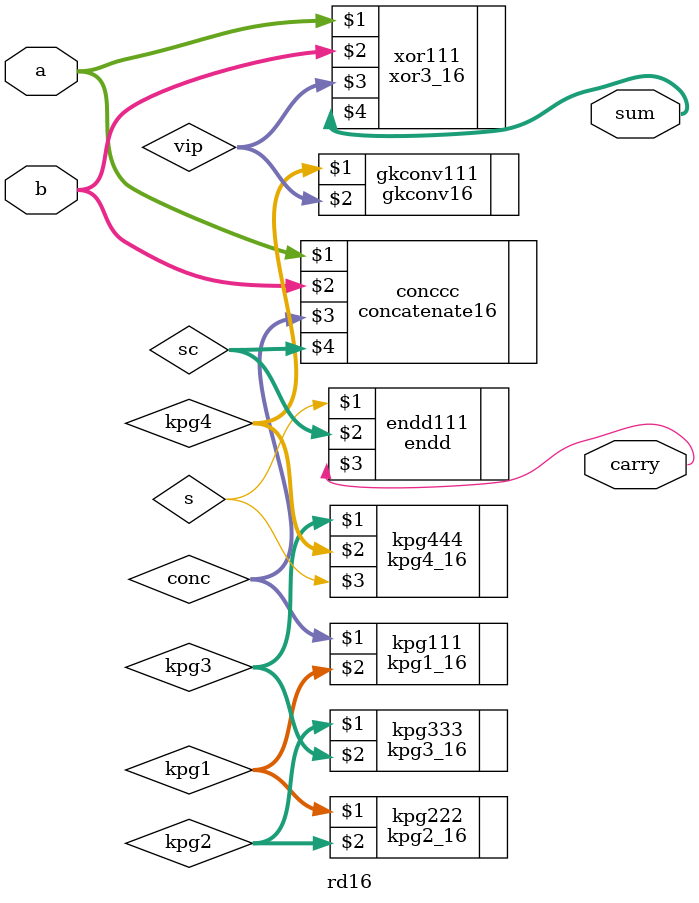
<source format=v>
module rd16(a,b,sum,carry);

input[15:0] a,b;
output[15:0] sum;
output carry;
wire [31:0] conc,kpg1,kpg2,kpg3,kpg4;
wire[15:0] vip;
wire[1:0] sc;
wire s;
concatenate16 conccc(a,b,conc,sc);  
kpg1_16 kpg111(conc,kpg1);
kpg2_16 kpg222(kpg1,kpg2);
kpg3_16 kpg333(kpg2,kpg3);
kpg4_16 kpg444(kpg3,kpg4,s);
gkconv16 gkconv111(kpg4,vip);
xor3_16 xor111(a,b,vip,sum);
endd endd111(s,sc,carry);
endmodule
</source>
